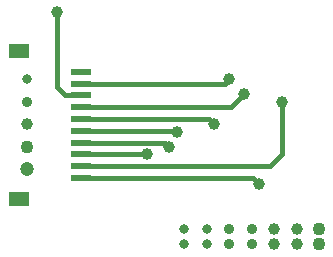
<source format=gbr>
%TF.GenerationSoftware,KiCad,Pcbnew,6.0.10-86aedd382b~118~ubuntu20.04.1*%
%TF.CreationDate,2023-01-20T10:36:34+01:00*%
%TF.ProjectId,ecran,65637261-6e2e-46b6-9963-61645f706362,rev?*%
%TF.SameCoordinates,Original*%
%TF.FileFunction,Copper,L2,Bot*%
%TF.FilePolarity,Positive*%
%FSLAX46Y46*%
G04 Gerber Fmt 4.6, Leading zero omitted, Abs format (unit mm)*
G04 Created by KiCad (PCBNEW 6.0.10-86aedd382b~118~ubuntu20.04.1) date 2023-01-20 10:36:34*
%MOMM*%
%LPD*%
G01*
G04 APERTURE LIST*
%TA.AperFunction,SMDPad,CuDef*%
%ADD10R,1.700000X0.600000*%
%TD*%
%TA.AperFunction,SMDPad,CuDef*%
%ADD11R,1.800000X1.200000*%
%TD*%
%TA.AperFunction,ViaPad*%
%ADD12C,1.100000*%
%TD*%
%TA.AperFunction,ViaPad*%
%ADD13C,1.000000*%
%TD*%
%TA.AperFunction,ViaPad*%
%ADD14C,0.900000*%
%TD*%
%TA.AperFunction,ViaPad*%
%ADD15C,1.200000*%
%TD*%
%TA.AperFunction,ViaPad*%
%ADD16C,0.800000*%
%TD*%
%TA.AperFunction,Conductor*%
%ADD17C,0.400000*%
%TD*%
G04 APERTURE END LIST*
D10*
%TO.P,J1,1,Pin_1*%
%TO.N,GND*%
X96650000Y-112500000D03*
%TO.P,J1,2,Pin_2*%
%TO.N,Net-(DS1-Pad5)*%
X96650000Y-111500000D03*
%TO.P,J1,3,Pin_3*%
%TO.N,Net-(DS1-Pad6)*%
X96650000Y-110500000D03*
%TO.P,J1,4,Pin_4*%
%TO.N,Net-(DS1-Pad8)*%
X96650000Y-109500000D03*
%TO.P,J1,5,Pin_5*%
%TO.N,Net-(DS1-Pad10)*%
X96650000Y-108500000D03*
%TO.P,J1,6,Pin_6*%
%TO.N,Net-(DS1-Pad11)*%
X96650000Y-107500000D03*
%TO.P,J1,7,Pin_7*%
%TO.N,Net-(DS1-Pad3)*%
X96650000Y-106500000D03*
%TO.P,J1,8,Pin_8*%
%TO.N,Net-(DS1-Pad1)*%
X96650000Y-105500000D03*
%TO.P,J1,9,Pin_9*%
%TO.N,Net-(DS1-Pad2)*%
X96650000Y-104500000D03*
%TO.P,J1,10,Pin_10*%
%TO.N,unconnected-(J1-Pad10)*%
X96650000Y-103500000D03*
D11*
%TO.P,J1,11*%
%TO.N,N/C*%
X91400000Y-101700000D03*
X91400000Y-114300000D03*
%TD*%
D12*
%TO.N,*%
X116840000Y-118110000D03*
D13*
X113030000Y-118110000D03*
X114935000Y-118110000D03*
X114935000Y-116840000D03*
D14*
X109220000Y-118110000D03*
X111125000Y-118110000D03*
X111125000Y-116840000D03*
D15*
X92075000Y-111760000D03*
D12*
X92075000Y-109855000D03*
D13*
X92075000Y-107950000D03*
D14*
X92075000Y-106045000D03*
D16*
X92075000Y-104140000D03*
D12*
X116840000Y-116840000D03*
D13*
X113030000Y-116840000D03*
D14*
X109220000Y-116840000D03*
D16*
X107315000Y-116840000D03*
X105410000Y-116840000D03*
X107315000Y-118110000D03*
X105410000Y-118110000D03*
D13*
%TO.N,Net-(DS1-Pad1)*%
X94615000Y-98425000D03*
%TO.N,Net-(DS1-Pad2)*%
X109220000Y-104140000D03*
%TO.N,GND*%
X111760000Y-113030000D03*
%TO.N,Net-(DS1-Pad3)*%
X110490000Y-105410000D03*
%TO.N,Net-(DS1-Pad5)*%
X113665000Y-106045000D03*
%TO.N,Net-(DS1-Pad6)*%
X102235000Y-110490000D03*
%TO.N,Net-(DS1-Pad8)*%
X104140000Y-109855000D03*
%TO.N,Net-(DS1-Pad10)*%
X104775000Y-108585000D03*
%TO.N,Net-(DS1-Pad11)*%
X107950000Y-107950000D03*
%TD*%
D17*
%TO.N,Net-(DS1-Pad8)*%
X103785000Y-109500000D02*
X96650000Y-109500000D01*
X104140000Y-109855000D02*
X103785000Y-109500000D01*
%TO.N,GND*%
X111760000Y-113030000D02*
X111230000Y-112500000D01*
X111230000Y-112500000D02*
X96650000Y-112500000D01*
%TO.N,Net-(DS1-Pad1)*%
X95340000Y-105500000D02*
X94615000Y-104775000D01*
X94615000Y-104775000D02*
X94615000Y-98425000D01*
X96650000Y-105500000D02*
X95340000Y-105500000D01*
%TO.N,Net-(DS1-Pad2)*%
X108860000Y-104500000D02*
X96650000Y-104500000D01*
X109220000Y-104140000D02*
X108860000Y-104500000D01*
%TO.N,Net-(DS1-Pad3)*%
X109400000Y-106500000D02*
X110490000Y-105410000D01*
X96650000Y-106500000D02*
X109400000Y-106500000D01*
%TO.N,Net-(DS1-Pad5)*%
X113665000Y-110490000D02*
X113665000Y-106045000D01*
X112655000Y-111500000D02*
X113665000Y-110490000D01*
X96650000Y-111500000D02*
X112655000Y-111500000D01*
%TO.N,Net-(DS1-Pad6)*%
X96650000Y-110500000D02*
X102225000Y-110500000D01*
X102225000Y-110500000D02*
X102235000Y-110490000D01*
%TO.N,Net-(DS1-Pad10)*%
X104690000Y-108500000D02*
X104775000Y-108585000D01*
X96650000Y-108500000D02*
X104690000Y-108500000D01*
%TO.N,Net-(DS1-Pad11)*%
X107950000Y-107950000D02*
X107500000Y-107500000D01*
X107500000Y-107500000D02*
X96650000Y-107500000D01*
%TD*%
M02*

</source>
